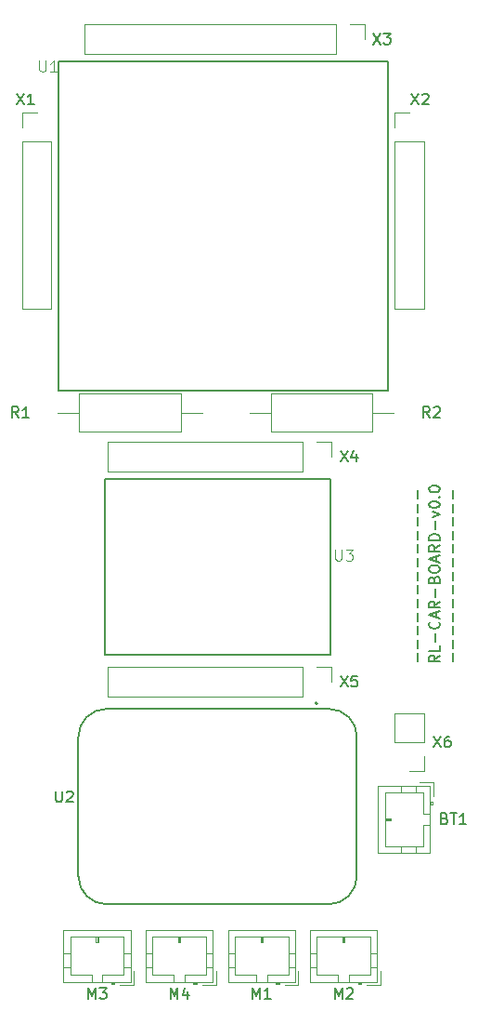
<source format=gbr>
%TF.GenerationSoftware,KiCad,Pcbnew,9.0.3*%
%TF.CreationDate,2025-08-30T15:24:09+02:00*%
%TF.ProjectId,rl_car,726c5f63-6172-42e6-9b69-6361645f7063,rev?*%
%TF.SameCoordinates,Original*%
%TF.FileFunction,Legend,Top*%
%TF.FilePolarity,Positive*%
%FSLAX46Y46*%
G04 Gerber Fmt 4.6, Leading zero omitted, Abs format (unit mm)*
G04 Created by KiCad (PCBNEW 9.0.3) date 2025-08-30 15:24:09*
%MOMM*%
%LPD*%
G01*
G04 APERTURE LIST*
%ADD10C,0.150000*%
%ADD11C,0.100000*%
%ADD12C,0.120000*%
%ADD13C,0.127000*%
%ADD14C,0.200000*%
G04 APERTURE END LIST*
D10*
X132768978Y-104663220D02*
X132768978Y-103901316D01*
X132768978Y-103425125D02*
X132768978Y-102663221D01*
X132768978Y-102187030D02*
X132768978Y-101425126D01*
X132768978Y-100948935D02*
X132768978Y-100187031D01*
X132768978Y-99710840D02*
X132768978Y-98948936D01*
X132768978Y-98472745D02*
X132768978Y-97710841D01*
X132768978Y-97234650D02*
X132768978Y-96472746D01*
X132768978Y-95996555D02*
X132768978Y-95234651D01*
X132768978Y-94758460D02*
X132768978Y-93996556D01*
X132768978Y-93520365D02*
X132768978Y-92758461D01*
X132768978Y-92282270D02*
X132768978Y-91520366D01*
X132768978Y-91044175D02*
X132768978Y-90282271D01*
X132768978Y-89806080D02*
X132768978Y-89044176D01*
X134759875Y-104091792D02*
X134283684Y-104425125D01*
X134759875Y-104663220D02*
X133759875Y-104663220D01*
X133759875Y-104663220D02*
X133759875Y-104282268D01*
X133759875Y-104282268D02*
X133807494Y-104187030D01*
X133807494Y-104187030D02*
X133855113Y-104139411D01*
X133855113Y-104139411D02*
X133950351Y-104091792D01*
X133950351Y-104091792D02*
X134093208Y-104091792D01*
X134093208Y-104091792D02*
X134188446Y-104139411D01*
X134188446Y-104139411D02*
X134236065Y-104187030D01*
X134236065Y-104187030D02*
X134283684Y-104282268D01*
X134283684Y-104282268D02*
X134283684Y-104663220D01*
X134759875Y-103187030D02*
X134759875Y-103663220D01*
X134759875Y-103663220D02*
X133759875Y-103663220D01*
X134378922Y-102853696D02*
X134378922Y-102091792D01*
X134664636Y-101044173D02*
X134712256Y-101091792D01*
X134712256Y-101091792D02*
X134759875Y-101234649D01*
X134759875Y-101234649D02*
X134759875Y-101329887D01*
X134759875Y-101329887D02*
X134712256Y-101472744D01*
X134712256Y-101472744D02*
X134617017Y-101567982D01*
X134617017Y-101567982D02*
X134521779Y-101615601D01*
X134521779Y-101615601D02*
X134331303Y-101663220D01*
X134331303Y-101663220D02*
X134188446Y-101663220D01*
X134188446Y-101663220D02*
X133997970Y-101615601D01*
X133997970Y-101615601D02*
X133902732Y-101567982D01*
X133902732Y-101567982D02*
X133807494Y-101472744D01*
X133807494Y-101472744D02*
X133759875Y-101329887D01*
X133759875Y-101329887D02*
X133759875Y-101234649D01*
X133759875Y-101234649D02*
X133807494Y-101091792D01*
X133807494Y-101091792D02*
X133855113Y-101044173D01*
X134474160Y-100663220D02*
X134474160Y-100187030D01*
X134759875Y-100758458D02*
X133759875Y-100425125D01*
X133759875Y-100425125D02*
X134759875Y-100091792D01*
X134759875Y-99187030D02*
X134283684Y-99520363D01*
X134759875Y-99758458D02*
X133759875Y-99758458D01*
X133759875Y-99758458D02*
X133759875Y-99377506D01*
X133759875Y-99377506D02*
X133807494Y-99282268D01*
X133807494Y-99282268D02*
X133855113Y-99234649D01*
X133855113Y-99234649D02*
X133950351Y-99187030D01*
X133950351Y-99187030D02*
X134093208Y-99187030D01*
X134093208Y-99187030D02*
X134188446Y-99234649D01*
X134188446Y-99234649D02*
X134236065Y-99282268D01*
X134236065Y-99282268D02*
X134283684Y-99377506D01*
X134283684Y-99377506D02*
X134283684Y-99758458D01*
X134378922Y-98758458D02*
X134378922Y-97996554D01*
X134236065Y-97187030D02*
X134283684Y-97044173D01*
X134283684Y-97044173D02*
X134331303Y-96996554D01*
X134331303Y-96996554D02*
X134426541Y-96948935D01*
X134426541Y-96948935D02*
X134569398Y-96948935D01*
X134569398Y-96948935D02*
X134664636Y-96996554D01*
X134664636Y-96996554D02*
X134712256Y-97044173D01*
X134712256Y-97044173D02*
X134759875Y-97139411D01*
X134759875Y-97139411D02*
X134759875Y-97520363D01*
X134759875Y-97520363D02*
X133759875Y-97520363D01*
X133759875Y-97520363D02*
X133759875Y-97187030D01*
X133759875Y-97187030D02*
X133807494Y-97091792D01*
X133807494Y-97091792D02*
X133855113Y-97044173D01*
X133855113Y-97044173D02*
X133950351Y-96996554D01*
X133950351Y-96996554D02*
X134045589Y-96996554D01*
X134045589Y-96996554D02*
X134140827Y-97044173D01*
X134140827Y-97044173D02*
X134188446Y-97091792D01*
X134188446Y-97091792D02*
X134236065Y-97187030D01*
X134236065Y-97187030D02*
X134236065Y-97520363D01*
X133759875Y-96329887D02*
X133759875Y-96139411D01*
X133759875Y-96139411D02*
X133807494Y-96044173D01*
X133807494Y-96044173D02*
X133902732Y-95948935D01*
X133902732Y-95948935D02*
X134093208Y-95901316D01*
X134093208Y-95901316D02*
X134426541Y-95901316D01*
X134426541Y-95901316D02*
X134617017Y-95948935D01*
X134617017Y-95948935D02*
X134712256Y-96044173D01*
X134712256Y-96044173D02*
X134759875Y-96139411D01*
X134759875Y-96139411D02*
X134759875Y-96329887D01*
X134759875Y-96329887D02*
X134712256Y-96425125D01*
X134712256Y-96425125D02*
X134617017Y-96520363D01*
X134617017Y-96520363D02*
X134426541Y-96567982D01*
X134426541Y-96567982D02*
X134093208Y-96567982D01*
X134093208Y-96567982D02*
X133902732Y-96520363D01*
X133902732Y-96520363D02*
X133807494Y-96425125D01*
X133807494Y-96425125D02*
X133759875Y-96329887D01*
X134474160Y-95520363D02*
X134474160Y-95044173D01*
X134759875Y-95615601D02*
X133759875Y-95282268D01*
X133759875Y-95282268D02*
X134759875Y-94948935D01*
X134759875Y-94044173D02*
X134283684Y-94377506D01*
X134759875Y-94615601D02*
X133759875Y-94615601D01*
X133759875Y-94615601D02*
X133759875Y-94234649D01*
X133759875Y-94234649D02*
X133807494Y-94139411D01*
X133807494Y-94139411D02*
X133855113Y-94091792D01*
X133855113Y-94091792D02*
X133950351Y-94044173D01*
X133950351Y-94044173D02*
X134093208Y-94044173D01*
X134093208Y-94044173D02*
X134188446Y-94091792D01*
X134188446Y-94091792D02*
X134236065Y-94139411D01*
X134236065Y-94139411D02*
X134283684Y-94234649D01*
X134283684Y-94234649D02*
X134283684Y-94615601D01*
X134759875Y-93615601D02*
X133759875Y-93615601D01*
X133759875Y-93615601D02*
X133759875Y-93377506D01*
X133759875Y-93377506D02*
X133807494Y-93234649D01*
X133807494Y-93234649D02*
X133902732Y-93139411D01*
X133902732Y-93139411D02*
X133997970Y-93091792D01*
X133997970Y-93091792D02*
X134188446Y-93044173D01*
X134188446Y-93044173D02*
X134331303Y-93044173D01*
X134331303Y-93044173D02*
X134521779Y-93091792D01*
X134521779Y-93091792D02*
X134617017Y-93139411D01*
X134617017Y-93139411D02*
X134712256Y-93234649D01*
X134712256Y-93234649D02*
X134759875Y-93377506D01*
X134759875Y-93377506D02*
X134759875Y-93615601D01*
X134378922Y-92615601D02*
X134378922Y-91853697D01*
X134093208Y-91472744D02*
X134759875Y-91234649D01*
X134759875Y-91234649D02*
X134093208Y-90996554D01*
X133759875Y-90425125D02*
X133759875Y-90329887D01*
X133759875Y-90329887D02*
X133807494Y-90234649D01*
X133807494Y-90234649D02*
X133855113Y-90187030D01*
X133855113Y-90187030D02*
X133950351Y-90139411D01*
X133950351Y-90139411D02*
X134140827Y-90091792D01*
X134140827Y-90091792D02*
X134378922Y-90091792D01*
X134378922Y-90091792D02*
X134569398Y-90139411D01*
X134569398Y-90139411D02*
X134664636Y-90187030D01*
X134664636Y-90187030D02*
X134712256Y-90234649D01*
X134712256Y-90234649D02*
X134759875Y-90329887D01*
X134759875Y-90329887D02*
X134759875Y-90425125D01*
X134759875Y-90425125D02*
X134712256Y-90520363D01*
X134712256Y-90520363D02*
X134664636Y-90567982D01*
X134664636Y-90567982D02*
X134569398Y-90615601D01*
X134569398Y-90615601D02*
X134378922Y-90663220D01*
X134378922Y-90663220D02*
X134140827Y-90663220D01*
X134140827Y-90663220D02*
X133950351Y-90615601D01*
X133950351Y-90615601D02*
X133855113Y-90567982D01*
X133855113Y-90567982D02*
X133807494Y-90520363D01*
X133807494Y-90520363D02*
X133759875Y-90425125D01*
X134664636Y-89663220D02*
X134712256Y-89615601D01*
X134712256Y-89615601D02*
X134759875Y-89663220D01*
X134759875Y-89663220D02*
X134712256Y-89710839D01*
X134712256Y-89710839D02*
X134664636Y-89663220D01*
X134664636Y-89663220D02*
X134759875Y-89663220D01*
X133759875Y-88996554D02*
X133759875Y-88901316D01*
X133759875Y-88901316D02*
X133807494Y-88806078D01*
X133807494Y-88806078D02*
X133855113Y-88758459D01*
X133855113Y-88758459D02*
X133950351Y-88710840D01*
X133950351Y-88710840D02*
X134140827Y-88663221D01*
X134140827Y-88663221D02*
X134378922Y-88663221D01*
X134378922Y-88663221D02*
X134569398Y-88710840D01*
X134569398Y-88710840D02*
X134664636Y-88758459D01*
X134664636Y-88758459D02*
X134712256Y-88806078D01*
X134712256Y-88806078D02*
X134759875Y-88901316D01*
X134759875Y-88901316D02*
X134759875Y-88996554D01*
X134759875Y-88996554D02*
X134712256Y-89091792D01*
X134712256Y-89091792D02*
X134664636Y-89139411D01*
X134664636Y-89139411D02*
X134569398Y-89187030D01*
X134569398Y-89187030D02*
X134378922Y-89234649D01*
X134378922Y-89234649D02*
X134140827Y-89234649D01*
X134140827Y-89234649D02*
X133950351Y-89187030D01*
X133950351Y-89187030D02*
X133855113Y-89139411D01*
X133855113Y-89139411D02*
X133807494Y-89091792D01*
X133807494Y-89091792D02*
X133759875Y-88996554D01*
X135988866Y-104663220D02*
X135988866Y-103901316D01*
X135988866Y-103425125D02*
X135988866Y-102663221D01*
X135988866Y-102187030D02*
X135988866Y-101425126D01*
X135988866Y-100948935D02*
X135988866Y-100187031D01*
X135988866Y-99710840D02*
X135988866Y-98948936D01*
X135988866Y-98472745D02*
X135988866Y-97710841D01*
X135988866Y-97234650D02*
X135988866Y-96472746D01*
X135988866Y-95996555D02*
X135988866Y-95234651D01*
X135988866Y-94758460D02*
X135988866Y-93996556D01*
X135988866Y-93520365D02*
X135988866Y-92758461D01*
X135988866Y-92282270D02*
X135988866Y-91520366D01*
X135988866Y-91044175D02*
X135988866Y-90282271D01*
X135988866Y-89806080D02*
X135988866Y-89044176D01*
X134190476Y-111454819D02*
X134857142Y-112454819D01*
X134857142Y-111454819D02*
X134190476Y-112454819D01*
X135666666Y-111454819D02*
X135476190Y-111454819D01*
X135476190Y-111454819D02*
X135380952Y-111502438D01*
X135380952Y-111502438D02*
X135333333Y-111550057D01*
X135333333Y-111550057D02*
X135238095Y-111692914D01*
X135238095Y-111692914D02*
X135190476Y-111883390D01*
X135190476Y-111883390D02*
X135190476Y-112264342D01*
X135190476Y-112264342D02*
X135238095Y-112359580D01*
X135238095Y-112359580D02*
X135285714Y-112407200D01*
X135285714Y-112407200D02*
X135380952Y-112454819D01*
X135380952Y-112454819D02*
X135571428Y-112454819D01*
X135571428Y-112454819D02*
X135666666Y-112407200D01*
X135666666Y-112407200D02*
X135714285Y-112359580D01*
X135714285Y-112359580D02*
X135761904Y-112264342D01*
X135761904Y-112264342D02*
X135761904Y-112026247D01*
X135761904Y-112026247D02*
X135714285Y-111931009D01*
X135714285Y-111931009D02*
X135666666Y-111883390D01*
X135666666Y-111883390D02*
X135571428Y-111835771D01*
X135571428Y-111835771D02*
X135380952Y-111835771D01*
X135380952Y-111835771D02*
X135285714Y-111883390D01*
X135285714Y-111883390D02*
X135238095Y-111931009D01*
X135238095Y-111931009D02*
X135190476Y-112026247D01*
X102690476Y-135354819D02*
X102690476Y-134354819D01*
X102690476Y-134354819D02*
X103023809Y-135069104D01*
X103023809Y-135069104D02*
X103357142Y-134354819D01*
X103357142Y-134354819D02*
X103357142Y-135354819D01*
X103738095Y-134354819D02*
X104357142Y-134354819D01*
X104357142Y-134354819D02*
X104023809Y-134735771D01*
X104023809Y-134735771D02*
X104166666Y-134735771D01*
X104166666Y-134735771D02*
X104261904Y-134783390D01*
X104261904Y-134783390D02*
X104309523Y-134831009D01*
X104309523Y-134831009D02*
X104357142Y-134926247D01*
X104357142Y-134926247D02*
X104357142Y-135164342D01*
X104357142Y-135164342D02*
X104309523Y-135259580D01*
X104309523Y-135259580D02*
X104261904Y-135307200D01*
X104261904Y-135307200D02*
X104166666Y-135354819D01*
X104166666Y-135354819D02*
X103880952Y-135354819D01*
X103880952Y-135354819D02*
X103785714Y-135307200D01*
X103785714Y-135307200D02*
X103738095Y-135259580D01*
X125690476Y-105954819D02*
X126357142Y-106954819D01*
X126357142Y-105954819D02*
X125690476Y-106954819D01*
X127214285Y-105954819D02*
X126738095Y-105954819D01*
X126738095Y-105954819D02*
X126690476Y-106431009D01*
X126690476Y-106431009D02*
X126738095Y-106383390D01*
X126738095Y-106383390D02*
X126833333Y-106335771D01*
X126833333Y-106335771D02*
X127071428Y-106335771D01*
X127071428Y-106335771D02*
X127166666Y-106383390D01*
X127166666Y-106383390D02*
X127214285Y-106431009D01*
X127214285Y-106431009D02*
X127261904Y-106526247D01*
X127261904Y-106526247D02*
X127261904Y-106764342D01*
X127261904Y-106764342D02*
X127214285Y-106859580D01*
X127214285Y-106859580D02*
X127166666Y-106907200D01*
X127166666Y-106907200D02*
X127071428Y-106954819D01*
X127071428Y-106954819D02*
X126833333Y-106954819D01*
X126833333Y-106954819D02*
X126738095Y-106907200D01*
X126738095Y-106907200D02*
X126690476Y-106859580D01*
X125190476Y-135354819D02*
X125190476Y-134354819D01*
X125190476Y-134354819D02*
X125523809Y-135069104D01*
X125523809Y-135069104D02*
X125857142Y-134354819D01*
X125857142Y-134354819D02*
X125857142Y-135354819D01*
X126285714Y-134450057D02*
X126333333Y-134402438D01*
X126333333Y-134402438D02*
X126428571Y-134354819D01*
X126428571Y-134354819D02*
X126666666Y-134354819D01*
X126666666Y-134354819D02*
X126761904Y-134402438D01*
X126761904Y-134402438D02*
X126809523Y-134450057D01*
X126809523Y-134450057D02*
X126857142Y-134545295D01*
X126857142Y-134545295D02*
X126857142Y-134640533D01*
X126857142Y-134640533D02*
X126809523Y-134783390D01*
X126809523Y-134783390D02*
X126238095Y-135354819D01*
X126238095Y-135354819D02*
X126857142Y-135354819D01*
X135214285Y-118931009D02*
X135357142Y-118978628D01*
X135357142Y-118978628D02*
X135404761Y-119026247D01*
X135404761Y-119026247D02*
X135452380Y-119121485D01*
X135452380Y-119121485D02*
X135452380Y-119264342D01*
X135452380Y-119264342D02*
X135404761Y-119359580D01*
X135404761Y-119359580D02*
X135357142Y-119407200D01*
X135357142Y-119407200D02*
X135261904Y-119454819D01*
X135261904Y-119454819D02*
X134880952Y-119454819D01*
X134880952Y-119454819D02*
X134880952Y-118454819D01*
X134880952Y-118454819D02*
X135214285Y-118454819D01*
X135214285Y-118454819D02*
X135309523Y-118502438D01*
X135309523Y-118502438D02*
X135357142Y-118550057D01*
X135357142Y-118550057D02*
X135404761Y-118645295D01*
X135404761Y-118645295D02*
X135404761Y-118740533D01*
X135404761Y-118740533D02*
X135357142Y-118835771D01*
X135357142Y-118835771D02*
X135309523Y-118883390D01*
X135309523Y-118883390D02*
X135214285Y-118931009D01*
X135214285Y-118931009D02*
X134880952Y-118931009D01*
X135738095Y-118454819D02*
X136309523Y-118454819D01*
X136023809Y-119454819D02*
X136023809Y-118454819D01*
X137166666Y-119454819D02*
X136595238Y-119454819D01*
X136880952Y-119454819D02*
X136880952Y-118454819D01*
X136880952Y-118454819D02*
X136785714Y-118597676D01*
X136785714Y-118597676D02*
X136690476Y-118692914D01*
X136690476Y-118692914D02*
X136595238Y-118740533D01*
X99738095Y-116454819D02*
X99738095Y-117264342D01*
X99738095Y-117264342D02*
X99785714Y-117359580D01*
X99785714Y-117359580D02*
X99833333Y-117407200D01*
X99833333Y-117407200D02*
X99928571Y-117454819D01*
X99928571Y-117454819D02*
X100119047Y-117454819D01*
X100119047Y-117454819D02*
X100214285Y-117407200D01*
X100214285Y-117407200D02*
X100261904Y-117359580D01*
X100261904Y-117359580D02*
X100309523Y-117264342D01*
X100309523Y-117264342D02*
X100309523Y-116454819D01*
X100738095Y-116550057D02*
X100785714Y-116502438D01*
X100785714Y-116502438D02*
X100880952Y-116454819D01*
X100880952Y-116454819D02*
X101119047Y-116454819D01*
X101119047Y-116454819D02*
X101214285Y-116502438D01*
X101214285Y-116502438D02*
X101261904Y-116550057D01*
X101261904Y-116550057D02*
X101309523Y-116645295D01*
X101309523Y-116645295D02*
X101309523Y-116740533D01*
X101309523Y-116740533D02*
X101261904Y-116883390D01*
X101261904Y-116883390D02*
X100690476Y-117454819D01*
X100690476Y-117454819D02*
X101309523Y-117454819D01*
D11*
X125238095Y-94457419D02*
X125238095Y-95266942D01*
X125238095Y-95266942D02*
X125285714Y-95362180D01*
X125285714Y-95362180D02*
X125333333Y-95409800D01*
X125333333Y-95409800D02*
X125428571Y-95457419D01*
X125428571Y-95457419D02*
X125619047Y-95457419D01*
X125619047Y-95457419D02*
X125714285Y-95409800D01*
X125714285Y-95409800D02*
X125761904Y-95362180D01*
X125761904Y-95362180D02*
X125809523Y-95266942D01*
X125809523Y-95266942D02*
X125809523Y-94457419D01*
X126190476Y-94457419D02*
X126809523Y-94457419D01*
X126809523Y-94457419D02*
X126476190Y-94838371D01*
X126476190Y-94838371D02*
X126619047Y-94838371D01*
X126619047Y-94838371D02*
X126714285Y-94885990D01*
X126714285Y-94885990D02*
X126761904Y-94933609D01*
X126761904Y-94933609D02*
X126809523Y-95028847D01*
X126809523Y-95028847D02*
X126809523Y-95266942D01*
X126809523Y-95266942D02*
X126761904Y-95362180D01*
X126761904Y-95362180D02*
X126714285Y-95409800D01*
X126714285Y-95409800D02*
X126619047Y-95457419D01*
X126619047Y-95457419D02*
X126333333Y-95457419D01*
X126333333Y-95457419D02*
X126238095Y-95409800D01*
X126238095Y-95409800D02*
X126190476Y-95362180D01*
D10*
X117690476Y-135354819D02*
X117690476Y-134354819D01*
X117690476Y-134354819D02*
X118023809Y-135069104D01*
X118023809Y-135069104D02*
X118357142Y-134354819D01*
X118357142Y-134354819D02*
X118357142Y-135354819D01*
X119357142Y-135354819D02*
X118785714Y-135354819D01*
X119071428Y-135354819D02*
X119071428Y-134354819D01*
X119071428Y-134354819D02*
X118976190Y-134497676D01*
X118976190Y-134497676D02*
X118880952Y-134592914D01*
X118880952Y-134592914D02*
X118785714Y-134640533D01*
X110190476Y-135354819D02*
X110190476Y-134354819D01*
X110190476Y-134354819D02*
X110523809Y-135069104D01*
X110523809Y-135069104D02*
X110857142Y-134354819D01*
X110857142Y-134354819D02*
X110857142Y-135354819D01*
X111761904Y-134688152D02*
X111761904Y-135354819D01*
X111523809Y-134307200D02*
X111285714Y-135021485D01*
X111285714Y-135021485D02*
X111904761Y-135021485D01*
X96333333Y-82454819D02*
X96000000Y-81978628D01*
X95761905Y-82454819D02*
X95761905Y-81454819D01*
X95761905Y-81454819D02*
X96142857Y-81454819D01*
X96142857Y-81454819D02*
X96238095Y-81502438D01*
X96238095Y-81502438D02*
X96285714Y-81550057D01*
X96285714Y-81550057D02*
X96333333Y-81645295D01*
X96333333Y-81645295D02*
X96333333Y-81788152D01*
X96333333Y-81788152D02*
X96285714Y-81883390D01*
X96285714Y-81883390D02*
X96238095Y-81931009D01*
X96238095Y-81931009D02*
X96142857Y-81978628D01*
X96142857Y-81978628D02*
X95761905Y-81978628D01*
X97285714Y-82454819D02*
X96714286Y-82454819D01*
X97000000Y-82454819D02*
X97000000Y-81454819D01*
X97000000Y-81454819D02*
X96904762Y-81597676D01*
X96904762Y-81597676D02*
X96809524Y-81692914D01*
X96809524Y-81692914D02*
X96714286Y-81740533D01*
X96190476Y-52954819D02*
X96857142Y-53954819D01*
X96857142Y-52954819D02*
X96190476Y-53954819D01*
X97761904Y-53954819D02*
X97190476Y-53954819D01*
X97476190Y-53954819D02*
X97476190Y-52954819D01*
X97476190Y-52954819D02*
X97380952Y-53097676D01*
X97380952Y-53097676D02*
X97285714Y-53192914D01*
X97285714Y-53192914D02*
X97190476Y-53240533D01*
X133833333Y-82454819D02*
X133500000Y-81978628D01*
X133261905Y-82454819D02*
X133261905Y-81454819D01*
X133261905Y-81454819D02*
X133642857Y-81454819D01*
X133642857Y-81454819D02*
X133738095Y-81502438D01*
X133738095Y-81502438D02*
X133785714Y-81550057D01*
X133785714Y-81550057D02*
X133833333Y-81645295D01*
X133833333Y-81645295D02*
X133833333Y-81788152D01*
X133833333Y-81788152D02*
X133785714Y-81883390D01*
X133785714Y-81883390D02*
X133738095Y-81931009D01*
X133738095Y-81931009D02*
X133642857Y-81978628D01*
X133642857Y-81978628D02*
X133261905Y-81978628D01*
X134214286Y-81550057D02*
X134261905Y-81502438D01*
X134261905Y-81502438D02*
X134357143Y-81454819D01*
X134357143Y-81454819D02*
X134595238Y-81454819D01*
X134595238Y-81454819D02*
X134690476Y-81502438D01*
X134690476Y-81502438D02*
X134738095Y-81550057D01*
X134738095Y-81550057D02*
X134785714Y-81645295D01*
X134785714Y-81645295D02*
X134785714Y-81740533D01*
X134785714Y-81740533D02*
X134738095Y-81883390D01*
X134738095Y-81883390D02*
X134166667Y-82454819D01*
X134166667Y-82454819D02*
X134785714Y-82454819D01*
D11*
X98238095Y-49957419D02*
X98238095Y-50766942D01*
X98238095Y-50766942D02*
X98285714Y-50862180D01*
X98285714Y-50862180D02*
X98333333Y-50909800D01*
X98333333Y-50909800D02*
X98428571Y-50957419D01*
X98428571Y-50957419D02*
X98619047Y-50957419D01*
X98619047Y-50957419D02*
X98714285Y-50909800D01*
X98714285Y-50909800D02*
X98761904Y-50862180D01*
X98761904Y-50862180D02*
X98809523Y-50766942D01*
X98809523Y-50766942D02*
X98809523Y-49957419D01*
X99809523Y-50957419D02*
X99238095Y-50957419D01*
X99523809Y-50957419D02*
X99523809Y-49957419D01*
X99523809Y-49957419D02*
X99428571Y-50100276D01*
X99428571Y-50100276D02*
X99333333Y-50195514D01*
X99333333Y-50195514D02*
X99238095Y-50243133D01*
D10*
X128690476Y-47454819D02*
X129357142Y-48454819D01*
X129357142Y-47454819D02*
X128690476Y-48454819D01*
X129642857Y-47454819D02*
X130261904Y-47454819D01*
X130261904Y-47454819D02*
X129928571Y-47835771D01*
X129928571Y-47835771D02*
X130071428Y-47835771D01*
X130071428Y-47835771D02*
X130166666Y-47883390D01*
X130166666Y-47883390D02*
X130214285Y-47931009D01*
X130214285Y-47931009D02*
X130261904Y-48026247D01*
X130261904Y-48026247D02*
X130261904Y-48264342D01*
X130261904Y-48264342D02*
X130214285Y-48359580D01*
X130214285Y-48359580D02*
X130166666Y-48407200D01*
X130166666Y-48407200D02*
X130071428Y-48454819D01*
X130071428Y-48454819D02*
X129785714Y-48454819D01*
X129785714Y-48454819D02*
X129690476Y-48407200D01*
X129690476Y-48407200D02*
X129642857Y-48359580D01*
X132190476Y-52954819D02*
X132857142Y-53954819D01*
X132857142Y-52954819D02*
X132190476Y-53954819D01*
X133190476Y-53050057D02*
X133238095Y-53002438D01*
X133238095Y-53002438D02*
X133333333Y-52954819D01*
X133333333Y-52954819D02*
X133571428Y-52954819D01*
X133571428Y-52954819D02*
X133666666Y-53002438D01*
X133666666Y-53002438D02*
X133714285Y-53050057D01*
X133714285Y-53050057D02*
X133761904Y-53145295D01*
X133761904Y-53145295D02*
X133761904Y-53240533D01*
X133761904Y-53240533D02*
X133714285Y-53383390D01*
X133714285Y-53383390D02*
X133142857Y-53954819D01*
X133142857Y-53954819D02*
X133761904Y-53954819D01*
X125690476Y-85454819D02*
X126357142Y-86454819D01*
X126357142Y-85454819D02*
X125690476Y-86454819D01*
X127166666Y-85788152D02*
X127166666Y-86454819D01*
X126928571Y-85407200D02*
X126690476Y-86121485D01*
X126690476Y-86121485D02*
X127309523Y-86121485D01*
D12*
%TO.C,X6*%
X133330000Y-109405000D02*
X130670000Y-109405000D01*
X133330000Y-112005000D02*
X133330000Y-109405000D01*
X130670000Y-112005000D02*
X130670000Y-109405000D01*
X133330000Y-112005000D02*
X130670000Y-112005000D01*
X133330000Y-113275000D02*
X133330000Y-114605000D01*
X133330000Y-114605000D02*
X132000000Y-114605000D01*
%TO.C,M3*%
X106860000Y-134110000D02*
X106860000Y-132860000D01*
X106560000Y-133810000D02*
X106560000Y-129090000D01*
X106560000Y-132500000D02*
X105950000Y-132500000D01*
X106560000Y-131200000D02*
X105950000Y-131200000D01*
X106560000Y-129090000D02*
X100440000Y-129090000D01*
X105950000Y-133200000D02*
X105950000Y-129700000D01*
X105950000Y-129700000D02*
X101050000Y-129700000D01*
X105610000Y-134110000D02*
X106860000Y-134110000D01*
X105100000Y-134010000D02*
X105100000Y-133810000D01*
X104800000Y-134010000D02*
X105100000Y-134010000D01*
X104800000Y-133910000D02*
X105100000Y-133910000D01*
X104800000Y-133810000D02*
X104800000Y-134010000D01*
X104000000Y-133810000D02*
X104000000Y-133200000D01*
X104000000Y-133200000D02*
X105950000Y-133200000D01*
X103600000Y-130200000D02*
X103400000Y-130200000D01*
X103600000Y-129700000D02*
X103600000Y-130200000D01*
X103500000Y-129700000D02*
X103500000Y-130200000D01*
X103400000Y-130200000D02*
X103400000Y-129700000D01*
X103000000Y-133200000D02*
X103000000Y-133810000D01*
X101050000Y-133200000D02*
X103000000Y-133200000D01*
X101050000Y-129700000D02*
X101050000Y-133200000D01*
X100440000Y-133810000D02*
X106560000Y-133810000D01*
X100440000Y-132500000D02*
X101050000Y-132500000D01*
X100440000Y-131200000D02*
X101050000Y-131200000D01*
X100440000Y-129090000D02*
X100440000Y-133810000D01*
%TO.C,X5*%
X104430000Y-105170000D02*
X104430000Y-107830000D01*
X122270000Y-105170000D02*
X104430000Y-105170000D01*
X122270000Y-107830000D02*
X104430000Y-107830000D01*
X122270000Y-105170000D02*
X122270000Y-107830000D01*
X123540000Y-105170000D02*
X124870000Y-105170000D01*
X124870000Y-105170000D02*
X124870000Y-106500000D01*
%TO.C,M2*%
X129360000Y-134110000D02*
X129360000Y-132860000D01*
X129060000Y-133810000D02*
X129060000Y-129090000D01*
X129060000Y-132500000D02*
X128450000Y-132500000D01*
X129060000Y-131200000D02*
X128450000Y-131200000D01*
X129060000Y-129090000D02*
X122940000Y-129090000D01*
X128450000Y-133200000D02*
X128450000Y-129700000D01*
X128450000Y-129700000D02*
X123550000Y-129700000D01*
X128110000Y-134110000D02*
X129360000Y-134110000D01*
X127600000Y-134010000D02*
X127600000Y-133810000D01*
X127300000Y-134010000D02*
X127600000Y-134010000D01*
X127300000Y-133910000D02*
X127600000Y-133910000D01*
X127300000Y-133810000D02*
X127300000Y-134010000D01*
X126500000Y-133810000D02*
X126500000Y-133200000D01*
X126500000Y-133200000D02*
X128450000Y-133200000D01*
X126100000Y-130200000D02*
X125900000Y-130200000D01*
X126100000Y-129700000D02*
X126100000Y-130200000D01*
X126000000Y-129700000D02*
X126000000Y-130200000D01*
X125900000Y-130200000D02*
X125900000Y-129700000D01*
X125500000Y-133200000D02*
X125500000Y-133810000D01*
X123550000Y-133200000D02*
X125500000Y-133200000D01*
X123550000Y-129700000D02*
X123550000Y-133200000D01*
X122940000Y-133810000D02*
X129060000Y-133810000D01*
X122940000Y-132500000D02*
X123550000Y-132500000D01*
X122940000Y-131200000D02*
X123550000Y-131200000D01*
X122940000Y-129090000D02*
X122940000Y-133810000D01*
%TO.C,BT1*%
X134160000Y-115640000D02*
X132910000Y-115640000D01*
X133860000Y-115940000D02*
X129140000Y-115940000D01*
X132550000Y-115940000D02*
X132550000Y-116550000D01*
X131250000Y-115940000D02*
X131250000Y-116550000D01*
X129140000Y-115940000D02*
X129140000Y-122060000D01*
X133250000Y-116550000D02*
X129750000Y-116550000D01*
X129750000Y-116550000D02*
X129750000Y-121450000D01*
X134160000Y-116890000D02*
X134160000Y-115640000D01*
X134060000Y-117400000D02*
X133860000Y-117400000D01*
X134060000Y-117700000D02*
X134060000Y-117400000D01*
X133960000Y-117700000D02*
X133960000Y-117400000D01*
X133860000Y-117700000D02*
X134060000Y-117700000D01*
X133860000Y-118500000D02*
X133250000Y-118500000D01*
X133250000Y-118500000D02*
X133250000Y-116550000D01*
X130250000Y-118900000D02*
X130250000Y-119100000D01*
X129750000Y-118900000D02*
X130250000Y-118900000D01*
X129750000Y-119000000D02*
X130250000Y-119000000D01*
X130250000Y-119100000D02*
X129750000Y-119100000D01*
X133250000Y-119500000D02*
X133860000Y-119500000D01*
X133250000Y-121450000D02*
X133250000Y-119500000D01*
X129750000Y-121450000D02*
X133250000Y-121450000D01*
X133860000Y-122060000D02*
X133860000Y-115940000D01*
X132550000Y-122060000D02*
X132550000Y-121450000D01*
X131250000Y-122060000D02*
X131250000Y-121450000D01*
X129140000Y-122060000D02*
X133860000Y-122060000D01*
D13*
%TO.C,U2*%
X124660000Y-108960000D02*
X104340000Y-108960000D01*
X101800000Y-111500000D02*
X101800000Y-124200000D01*
X127200000Y-124200000D02*
X127200000Y-111500000D01*
X104340000Y-126740000D02*
X124660000Y-126740000D01*
X124660000Y-108960000D02*
G75*
G02*
X127200000Y-111500000I-1J-2540001D01*
G01*
X101800000Y-111500000D02*
G75*
G02*
X104340000Y-108960000I2540001J-1D01*
G01*
X127200000Y-124200000D02*
G75*
G02*
X124660000Y-126740000I-2540000J0D01*
G01*
X104340000Y-126740000D02*
G75*
G02*
X101800000Y-124200000I0J2540000D01*
G01*
D14*
X123600000Y-108450000D02*
G75*
G02*
X123400000Y-108450000I-100000J0D01*
G01*
X123400000Y-108450000D02*
G75*
G02*
X123600000Y-108450000I100000J0D01*
G01*
D13*
%TO.C,U3*%
X124750000Y-88000000D02*
X104250000Y-88000000D01*
X124750000Y-88000000D02*
X124750000Y-104000000D01*
X104250000Y-88000000D02*
X104250000Y-104000000D01*
X124750000Y-104000000D02*
X104250000Y-104000000D01*
D12*
%TO.C,M1*%
X121860000Y-134110000D02*
X121860000Y-132860000D01*
X121560000Y-133810000D02*
X121560000Y-129090000D01*
X121560000Y-132500000D02*
X120950000Y-132500000D01*
X121560000Y-131200000D02*
X120950000Y-131200000D01*
X121560000Y-129090000D02*
X115440000Y-129090000D01*
X120950000Y-133200000D02*
X120950000Y-129700000D01*
X120950000Y-129700000D02*
X116050000Y-129700000D01*
X120610000Y-134110000D02*
X121860000Y-134110000D01*
X120100000Y-134010000D02*
X120100000Y-133810000D01*
X119800000Y-134010000D02*
X120100000Y-134010000D01*
X119800000Y-133910000D02*
X120100000Y-133910000D01*
X119800000Y-133810000D02*
X119800000Y-134010000D01*
X119000000Y-133810000D02*
X119000000Y-133200000D01*
X119000000Y-133200000D02*
X120950000Y-133200000D01*
X118600000Y-130200000D02*
X118400000Y-130200000D01*
X118600000Y-129700000D02*
X118600000Y-130200000D01*
X118500000Y-129700000D02*
X118500000Y-130200000D01*
X118400000Y-130200000D02*
X118400000Y-129700000D01*
X118000000Y-133200000D02*
X118000000Y-133810000D01*
X116050000Y-133200000D02*
X118000000Y-133200000D01*
X116050000Y-129700000D02*
X116050000Y-133200000D01*
X115440000Y-133810000D02*
X121560000Y-133810000D01*
X115440000Y-132500000D02*
X116050000Y-132500000D01*
X115440000Y-131200000D02*
X116050000Y-131200000D01*
X115440000Y-129090000D02*
X115440000Y-133810000D01*
%TO.C,M4*%
X114360000Y-134110000D02*
X114360000Y-132860000D01*
X114060000Y-133810000D02*
X114060000Y-129090000D01*
X114060000Y-132500000D02*
X113450000Y-132500000D01*
X114060000Y-131200000D02*
X113450000Y-131200000D01*
X114060000Y-129090000D02*
X107940000Y-129090000D01*
X113450000Y-133200000D02*
X113450000Y-129700000D01*
X113450000Y-129700000D02*
X108550000Y-129700000D01*
X113110000Y-134110000D02*
X114360000Y-134110000D01*
X112600000Y-134010000D02*
X112600000Y-133810000D01*
X112300000Y-134010000D02*
X112600000Y-134010000D01*
X112300000Y-133910000D02*
X112600000Y-133910000D01*
X112300000Y-133810000D02*
X112300000Y-134010000D01*
X111500000Y-133810000D02*
X111500000Y-133200000D01*
X111500000Y-133200000D02*
X113450000Y-133200000D01*
X111100000Y-130200000D02*
X110900000Y-130200000D01*
X111100000Y-129700000D02*
X111100000Y-130200000D01*
X111000000Y-129700000D02*
X111000000Y-130200000D01*
X110900000Y-130200000D02*
X110900000Y-129700000D01*
X110500000Y-133200000D02*
X110500000Y-133810000D01*
X108550000Y-133200000D02*
X110500000Y-133200000D01*
X108550000Y-129700000D02*
X108550000Y-133200000D01*
X107940000Y-133810000D02*
X114060000Y-133810000D01*
X107940000Y-132500000D02*
X108550000Y-132500000D01*
X107940000Y-131200000D02*
X108550000Y-131200000D01*
X107940000Y-129090000D02*
X107940000Y-133810000D01*
%TO.C,R1*%
X99920000Y-82000000D02*
X101880000Y-82000000D01*
X113080000Y-82000000D02*
X111120000Y-82000000D01*
X101880000Y-80280000D02*
X111120000Y-80280000D01*
X111120000Y-83720000D01*
X101880000Y-83720000D01*
X101880000Y-80280000D01*
%TO.C,X1*%
X96670000Y-72570000D02*
X99330000Y-72570000D01*
X96670000Y-57270000D02*
X96670000Y-72570000D01*
X99330000Y-57270000D02*
X99330000Y-72570000D01*
X96670000Y-57270000D02*
X99330000Y-57270000D01*
X96670000Y-56000000D02*
X96670000Y-54670000D01*
X96670000Y-54670000D02*
X98000000Y-54670000D01*
%TO.C,R2*%
X117420000Y-82000000D02*
X119380000Y-82000000D01*
X130580000Y-82000000D02*
X128620000Y-82000000D01*
X119380000Y-80280000D02*
X128620000Y-80280000D01*
X128620000Y-83720000D01*
X119380000Y-83720000D01*
X119380000Y-80280000D01*
D13*
%TO.C,U1*%
X100000000Y-50000000D02*
X130000000Y-50000000D01*
X100000000Y-80000000D02*
X100000000Y-50000000D01*
X130000000Y-80000000D02*
X100000000Y-80000000D01*
X130000000Y-80000000D02*
X130000000Y-50000000D01*
D12*
%TO.C,X3*%
X102390000Y-46670000D02*
X102390000Y-49330000D01*
X125310000Y-46670000D02*
X102390000Y-46670000D01*
X125310000Y-49330000D02*
X102390000Y-49330000D01*
X125310000Y-46670000D02*
X125310000Y-49330000D01*
X126580000Y-46670000D02*
X127910000Y-46670000D01*
X127910000Y-46670000D02*
X127910000Y-48000000D01*
%TO.C,X2*%
X130670000Y-72570000D02*
X133330000Y-72570000D01*
X130670000Y-57270000D02*
X130670000Y-72570000D01*
X133330000Y-57270000D02*
X133330000Y-72570000D01*
X130670000Y-57270000D02*
X133330000Y-57270000D01*
X130670000Y-56000000D02*
X130670000Y-54670000D01*
X130670000Y-54670000D02*
X132000000Y-54670000D01*
%TO.C,X4*%
X104430000Y-84670000D02*
X104430000Y-87330000D01*
X122270000Y-84670000D02*
X104430000Y-84670000D01*
X122270000Y-87330000D02*
X104430000Y-87330000D01*
X122270000Y-84670000D02*
X122270000Y-87330000D01*
X123540000Y-84670000D02*
X124870000Y-84670000D01*
X124870000Y-84670000D02*
X124870000Y-86000000D01*
%TD*%
M02*

</source>
